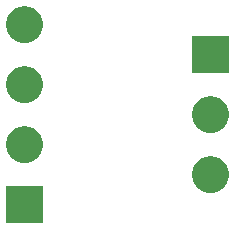
<source format=gbr>
G04 #@! TF.GenerationSoftware,KiCad,Pcbnew,(5.1.6)-1*
G04 #@! TF.CreationDate,2020-09-18T14:42:58-04:00*
G04 #@! TF.ProjectId,4wireadapter,34776972-6561-4646-9170-7465722e6b69,rev?*
G04 #@! TF.SameCoordinates,Original*
G04 #@! TF.FileFunction,Soldermask,Bot*
G04 #@! TF.FilePolarity,Negative*
%FSLAX46Y46*%
G04 Gerber Fmt 4.6, Leading zero omitted, Abs format (unit mm)*
G04 Created by KiCad (PCBNEW (5.1.6)-1) date 2020-09-18 14:42:58*
%MOMM*%
%LPD*%
G01*
G04 APERTURE LIST*
%ADD10C,0.100000*%
G04 APERTURE END LIST*
D10*
G36*
X162841000Y-90197000D02*
G01*
X159739000Y-90197000D01*
X159739000Y-87095000D01*
X162841000Y-87095000D01*
X162841000Y-90197000D01*
G37*
G36*
X177340585Y-84584802D02*
G01*
X177490410Y-84614604D01*
X177772674Y-84731521D01*
X178026705Y-84901259D01*
X178242741Y-85117295D01*
X178412479Y-85371326D01*
X178529396Y-85653590D01*
X178589000Y-85953240D01*
X178589000Y-86258760D01*
X178529396Y-86558410D01*
X178412479Y-86840674D01*
X178242741Y-87094705D01*
X178026705Y-87310741D01*
X177772674Y-87480479D01*
X177490410Y-87597396D01*
X177340585Y-87627198D01*
X177190761Y-87657000D01*
X176885239Y-87657000D01*
X176735415Y-87627198D01*
X176585590Y-87597396D01*
X176303326Y-87480479D01*
X176049295Y-87310741D01*
X175833259Y-87094705D01*
X175663521Y-86840674D01*
X175546604Y-86558410D01*
X175487000Y-86258760D01*
X175487000Y-85953240D01*
X175546604Y-85653590D01*
X175663521Y-85371326D01*
X175833259Y-85117295D01*
X176049295Y-84901259D01*
X176303326Y-84731521D01*
X176585590Y-84614604D01*
X176735415Y-84584802D01*
X176885239Y-84555000D01*
X177190761Y-84555000D01*
X177340585Y-84584802D01*
G37*
G36*
X161592585Y-82044802D02*
G01*
X161742410Y-82074604D01*
X162024674Y-82191521D01*
X162278705Y-82361259D01*
X162494741Y-82577295D01*
X162664479Y-82831326D01*
X162781396Y-83113590D01*
X162841000Y-83413240D01*
X162841000Y-83718760D01*
X162781396Y-84018410D01*
X162664479Y-84300674D01*
X162494741Y-84554705D01*
X162278705Y-84770741D01*
X162024674Y-84940479D01*
X161742410Y-85057396D01*
X161592585Y-85087198D01*
X161442761Y-85117000D01*
X161137239Y-85117000D01*
X160987415Y-85087198D01*
X160837590Y-85057396D01*
X160555326Y-84940479D01*
X160301295Y-84770741D01*
X160085259Y-84554705D01*
X159915521Y-84300674D01*
X159798604Y-84018410D01*
X159739000Y-83718760D01*
X159739000Y-83413240D01*
X159798604Y-83113590D01*
X159915521Y-82831326D01*
X160085259Y-82577295D01*
X160301295Y-82361259D01*
X160555326Y-82191521D01*
X160837590Y-82074604D01*
X160987415Y-82044802D01*
X161137239Y-82015000D01*
X161442761Y-82015000D01*
X161592585Y-82044802D01*
G37*
G36*
X177340585Y-79504802D02*
G01*
X177490410Y-79534604D01*
X177772674Y-79651521D01*
X178026705Y-79821259D01*
X178242741Y-80037295D01*
X178412479Y-80291326D01*
X178529396Y-80573590D01*
X178589000Y-80873240D01*
X178589000Y-81178760D01*
X178529396Y-81478410D01*
X178412479Y-81760674D01*
X178242741Y-82014705D01*
X178026705Y-82230741D01*
X177772674Y-82400479D01*
X177490410Y-82517396D01*
X177340585Y-82547198D01*
X177190761Y-82577000D01*
X176885239Y-82577000D01*
X176735415Y-82547198D01*
X176585590Y-82517396D01*
X176303326Y-82400479D01*
X176049295Y-82230741D01*
X175833259Y-82014705D01*
X175663521Y-81760674D01*
X175546604Y-81478410D01*
X175487000Y-81178760D01*
X175487000Y-80873240D01*
X175546604Y-80573590D01*
X175663521Y-80291326D01*
X175833259Y-80037295D01*
X176049295Y-79821259D01*
X176303326Y-79651521D01*
X176585590Y-79534604D01*
X176735415Y-79504802D01*
X176885239Y-79475000D01*
X177190761Y-79475000D01*
X177340585Y-79504802D01*
G37*
G36*
X161592585Y-76964802D02*
G01*
X161742410Y-76994604D01*
X162024674Y-77111521D01*
X162278705Y-77281259D01*
X162494741Y-77497295D01*
X162664479Y-77751326D01*
X162781396Y-78033590D01*
X162841000Y-78333240D01*
X162841000Y-78638760D01*
X162781396Y-78938410D01*
X162664479Y-79220674D01*
X162494741Y-79474705D01*
X162278705Y-79690741D01*
X162024674Y-79860479D01*
X161742410Y-79977396D01*
X161592585Y-80007198D01*
X161442761Y-80037000D01*
X161137239Y-80037000D01*
X160987415Y-80007198D01*
X160837590Y-79977396D01*
X160555326Y-79860479D01*
X160301295Y-79690741D01*
X160085259Y-79474705D01*
X159915521Y-79220674D01*
X159798604Y-78938410D01*
X159739000Y-78638760D01*
X159739000Y-78333240D01*
X159798604Y-78033590D01*
X159915521Y-77751326D01*
X160085259Y-77497295D01*
X160301295Y-77281259D01*
X160555326Y-77111521D01*
X160837590Y-76994604D01*
X160987415Y-76964802D01*
X161137239Y-76935000D01*
X161442761Y-76935000D01*
X161592585Y-76964802D01*
G37*
G36*
X178589000Y-77497000D02*
G01*
X175487000Y-77497000D01*
X175487000Y-74395000D01*
X178589000Y-74395000D01*
X178589000Y-77497000D01*
G37*
G36*
X161592585Y-71884802D02*
G01*
X161742410Y-71914604D01*
X162024674Y-72031521D01*
X162278705Y-72201259D01*
X162494741Y-72417295D01*
X162664479Y-72671326D01*
X162781396Y-72953590D01*
X162841000Y-73253240D01*
X162841000Y-73558760D01*
X162781396Y-73858410D01*
X162664479Y-74140674D01*
X162494741Y-74394705D01*
X162278705Y-74610741D01*
X162024674Y-74780479D01*
X161742410Y-74897396D01*
X161592585Y-74927198D01*
X161442761Y-74957000D01*
X161137239Y-74957000D01*
X160987415Y-74927198D01*
X160837590Y-74897396D01*
X160555326Y-74780479D01*
X160301295Y-74610741D01*
X160085259Y-74394705D01*
X159915521Y-74140674D01*
X159798604Y-73858410D01*
X159739000Y-73558760D01*
X159739000Y-73253240D01*
X159798604Y-72953590D01*
X159915521Y-72671326D01*
X160085259Y-72417295D01*
X160301295Y-72201259D01*
X160555326Y-72031521D01*
X160837590Y-71914604D01*
X160987415Y-71884802D01*
X161137239Y-71855000D01*
X161442761Y-71855000D01*
X161592585Y-71884802D01*
G37*
M02*

</source>
